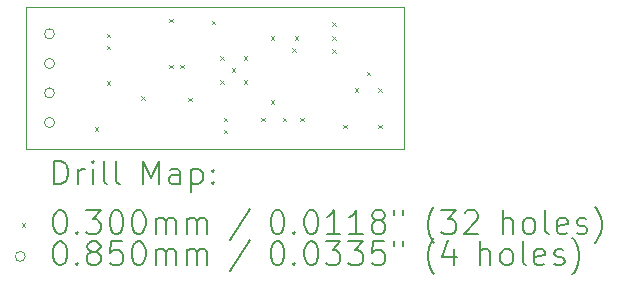
<source format=gbr>
%TF.GenerationSoftware,KiCad,Pcbnew,(7.0.0)*%
%TF.CreationDate,2024-05-20T10:49:20+02:00*%
%TF.ProjectId,TTS,5454532e-6b69-4636-9164-5f7063625858,rev?*%
%TF.SameCoordinates,PX2255100PY2ebae40*%
%TF.FileFunction,Drillmap*%
%TF.FilePolarity,Positive*%
%FSLAX45Y45*%
G04 Gerber Fmt 4.5, Leading zero omitted, Abs format (unit mm)*
G04 Created by KiCad (PCBNEW (7.0.0)) date 2024-05-20 10:49:20*
%MOMM*%
%LPD*%
G01*
G04 APERTURE LIST*
%ADD10C,0.100000*%
%ADD11C,0.200000*%
%ADD12C,0.030000*%
%ADD13C,0.085000*%
G04 APERTURE END LIST*
D10*
X0Y1200000D02*
X3200000Y1200000D01*
X3200000Y1200000D02*
X3200000Y0D01*
X3200000Y0D02*
X0Y0D01*
X0Y0D02*
X0Y1200000D01*
D11*
D12*
X585000Y185000D02*
X615000Y155000D01*
X615000Y185000D02*
X585000Y155000D01*
X685000Y975000D02*
X715000Y945000D01*
X715000Y975000D02*
X685000Y945000D01*
X685000Y875000D02*
X715000Y845000D01*
X715000Y875000D02*
X685000Y845000D01*
X685000Y575000D02*
X715000Y545000D01*
X715000Y575000D02*
X685000Y545000D01*
X975000Y445000D02*
X1005000Y415000D01*
X1005000Y445000D02*
X975000Y415000D01*
X1215000Y1105000D02*
X1245000Y1075000D01*
X1245000Y1105000D02*
X1215000Y1075000D01*
X1215000Y715000D02*
X1245000Y685000D01*
X1245000Y715000D02*
X1215000Y685000D01*
X1305000Y715000D02*
X1335000Y685000D01*
X1335000Y715000D02*
X1305000Y685000D01*
X1375000Y435000D02*
X1405000Y405000D01*
X1405000Y435000D02*
X1375000Y405000D01*
X1575000Y1085000D02*
X1605000Y1055000D01*
X1605000Y1085000D02*
X1575000Y1055000D01*
X1645000Y785000D02*
X1675000Y755000D01*
X1675000Y785000D02*
X1645000Y755000D01*
X1645000Y585000D02*
X1675000Y555000D01*
X1675000Y585000D02*
X1645000Y555000D01*
X1675000Y265000D02*
X1705000Y235000D01*
X1705000Y265000D02*
X1675000Y235000D01*
X1675000Y165000D02*
X1705000Y135000D01*
X1705000Y165000D02*
X1675000Y135000D01*
X1745000Y685000D02*
X1775000Y655000D01*
X1775000Y685000D02*
X1745000Y655000D01*
X1845000Y785000D02*
X1875000Y755000D01*
X1875000Y785000D02*
X1845000Y755000D01*
X1845000Y585000D02*
X1875000Y555000D01*
X1875000Y585000D02*
X1845000Y555000D01*
X1995000Y265000D02*
X2025000Y235000D01*
X2025000Y265000D02*
X1995000Y235000D01*
X2075000Y955000D02*
X2105000Y925000D01*
X2105000Y955000D02*
X2075000Y925000D01*
X2075000Y415000D02*
X2105000Y385000D01*
X2105000Y415000D02*
X2075000Y385000D01*
X2175000Y265000D02*
X2205000Y235000D01*
X2205000Y265000D02*
X2175000Y235000D01*
X2255000Y855000D02*
X2285000Y825000D01*
X2285000Y855000D02*
X2255000Y825000D01*
X2275000Y955000D02*
X2305000Y925000D01*
X2305000Y955000D02*
X2275000Y925000D01*
X2325000Y265000D02*
X2355000Y235000D01*
X2355000Y265000D02*
X2325000Y235000D01*
X2595000Y1075000D02*
X2625000Y1045000D01*
X2625000Y1075000D02*
X2595000Y1045000D01*
X2595000Y955000D02*
X2625000Y925000D01*
X2625000Y955000D02*
X2595000Y925000D01*
X2595000Y845000D02*
X2625000Y815000D01*
X2625000Y845000D02*
X2595000Y815000D01*
X2685000Y205000D02*
X2715000Y175000D01*
X2715000Y205000D02*
X2685000Y175000D01*
X2785000Y515000D02*
X2815000Y485000D01*
X2815000Y515000D02*
X2785000Y485000D01*
X2885000Y655000D02*
X2915000Y625000D01*
X2915000Y655000D02*
X2885000Y625000D01*
X2985000Y515000D02*
X3015000Y485000D01*
X3015000Y515000D02*
X2985000Y485000D01*
X2985000Y205000D02*
X3015000Y175000D01*
X3015000Y205000D02*
X2985000Y175000D01*
D13*
X242500Y975000D02*
G75*
G03*
X242500Y975000I-42500J0D01*
G01*
X242500Y725000D02*
G75*
G03*
X242500Y725000I-42500J0D01*
G01*
X242500Y475000D02*
G75*
G03*
X242500Y475000I-42500J0D01*
G01*
X242500Y225000D02*
G75*
G03*
X242500Y225000I-42500J0D01*
G01*
D11*
X242619Y-298476D02*
X242619Y-98476D01*
X242619Y-98476D02*
X290238Y-98476D01*
X290238Y-98476D02*
X318810Y-108000D01*
X318810Y-108000D02*
X337857Y-127048D01*
X337857Y-127048D02*
X347381Y-146095D01*
X347381Y-146095D02*
X356905Y-184190D01*
X356905Y-184190D02*
X356905Y-212762D01*
X356905Y-212762D02*
X347381Y-250857D01*
X347381Y-250857D02*
X337857Y-269905D01*
X337857Y-269905D02*
X318810Y-288952D01*
X318810Y-288952D02*
X290238Y-298476D01*
X290238Y-298476D02*
X242619Y-298476D01*
X442619Y-298476D02*
X442619Y-165143D01*
X442619Y-203238D02*
X452143Y-184190D01*
X452143Y-184190D02*
X461667Y-174667D01*
X461667Y-174667D02*
X480714Y-165143D01*
X480714Y-165143D02*
X499762Y-165143D01*
X566429Y-298476D02*
X566429Y-165143D01*
X566429Y-98476D02*
X556905Y-108000D01*
X556905Y-108000D02*
X566429Y-117524D01*
X566429Y-117524D02*
X575952Y-108000D01*
X575952Y-108000D02*
X566429Y-98476D01*
X566429Y-98476D02*
X566429Y-117524D01*
X690238Y-298476D02*
X671190Y-288952D01*
X671190Y-288952D02*
X661667Y-269905D01*
X661667Y-269905D02*
X661667Y-98476D01*
X795000Y-298476D02*
X775952Y-288952D01*
X775952Y-288952D02*
X766428Y-269905D01*
X766428Y-269905D02*
X766428Y-98476D01*
X991190Y-298476D02*
X991190Y-98476D01*
X991190Y-98476D02*
X1057857Y-241333D01*
X1057857Y-241333D02*
X1124524Y-98476D01*
X1124524Y-98476D02*
X1124524Y-298476D01*
X1305476Y-298476D02*
X1305476Y-193714D01*
X1305476Y-193714D02*
X1295952Y-174667D01*
X1295952Y-174667D02*
X1276905Y-165143D01*
X1276905Y-165143D02*
X1238809Y-165143D01*
X1238809Y-165143D02*
X1219762Y-174667D01*
X1305476Y-288952D02*
X1286429Y-298476D01*
X1286429Y-298476D02*
X1238809Y-298476D01*
X1238809Y-298476D02*
X1219762Y-288952D01*
X1219762Y-288952D02*
X1210238Y-269905D01*
X1210238Y-269905D02*
X1210238Y-250857D01*
X1210238Y-250857D02*
X1219762Y-231809D01*
X1219762Y-231809D02*
X1238809Y-222286D01*
X1238809Y-222286D02*
X1286429Y-222286D01*
X1286429Y-222286D02*
X1305476Y-212762D01*
X1400714Y-165143D02*
X1400714Y-365143D01*
X1400714Y-174667D02*
X1419762Y-165143D01*
X1419762Y-165143D02*
X1457857Y-165143D01*
X1457857Y-165143D02*
X1476905Y-174667D01*
X1476905Y-174667D02*
X1486428Y-184190D01*
X1486428Y-184190D02*
X1495952Y-203238D01*
X1495952Y-203238D02*
X1495952Y-260381D01*
X1495952Y-260381D02*
X1486428Y-279429D01*
X1486428Y-279429D02*
X1476905Y-288952D01*
X1476905Y-288952D02*
X1457857Y-298476D01*
X1457857Y-298476D02*
X1419762Y-298476D01*
X1419762Y-298476D02*
X1400714Y-288952D01*
X1581667Y-279429D02*
X1591190Y-288952D01*
X1591190Y-288952D02*
X1581667Y-298476D01*
X1581667Y-298476D02*
X1572143Y-288952D01*
X1572143Y-288952D02*
X1581667Y-279429D01*
X1581667Y-279429D02*
X1581667Y-298476D01*
X1581667Y-174667D02*
X1591190Y-184190D01*
X1591190Y-184190D02*
X1581667Y-193714D01*
X1581667Y-193714D02*
X1572143Y-184190D01*
X1572143Y-184190D02*
X1581667Y-174667D01*
X1581667Y-174667D02*
X1581667Y-193714D01*
D12*
X-35000Y-630000D02*
X-5000Y-660000D01*
X-5000Y-630000D02*
X-35000Y-660000D01*
D11*
X280714Y-518476D02*
X299762Y-518476D01*
X299762Y-518476D02*
X318810Y-528000D01*
X318810Y-528000D02*
X328333Y-537524D01*
X328333Y-537524D02*
X337857Y-556571D01*
X337857Y-556571D02*
X347381Y-594667D01*
X347381Y-594667D02*
X347381Y-642286D01*
X347381Y-642286D02*
X337857Y-680381D01*
X337857Y-680381D02*
X328333Y-699428D01*
X328333Y-699428D02*
X318810Y-708952D01*
X318810Y-708952D02*
X299762Y-718476D01*
X299762Y-718476D02*
X280714Y-718476D01*
X280714Y-718476D02*
X261667Y-708952D01*
X261667Y-708952D02*
X252143Y-699428D01*
X252143Y-699428D02*
X242619Y-680381D01*
X242619Y-680381D02*
X233095Y-642286D01*
X233095Y-642286D02*
X233095Y-594667D01*
X233095Y-594667D02*
X242619Y-556571D01*
X242619Y-556571D02*
X252143Y-537524D01*
X252143Y-537524D02*
X261667Y-528000D01*
X261667Y-528000D02*
X280714Y-518476D01*
X433095Y-699428D02*
X442619Y-708952D01*
X442619Y-708952D02*
X433095Y-718476D01*
X433095Y-718476D02*
X423571Y-708952D01*
X423571Y-708952D02*
X433095Y-699428D01*
X433095Y-699428D02*
X433095Y-718476D01*
X509286Y-518476D02*
X633095Y-518476D01*
X633095Y-518476D02*
X566429Y-594667D01*
X566429Y-594667D02*
X595000Y-594667D01*
X595000Y-594667D02*
X614048Y-604190D01*
X614048Y-604190D02*
X623571Y-613714D01*
X623571Y-613714D02*
X633095Y-632762D01*
X633095Y-632762D02*
X633095Y-680381D01*
X633095Y-680381D02*
X623571Y-699428D01*
X623571Y-699428D02*
X614048Y-708952D01*
X614048Y-708952D02*
X595000Y-718476D01*
X595000Y-718476D02*
X537857Y-718476D01*
X537857Y-718476D02*
X518809Y-708952D01*
X518809Y-708952D02*
X509286Y-699428D01*
X756905Y-518476D02*
X775952Y-518476D01*
X775952Y-518476D02*
X795000Y-528000D01*
X795000Y-528000D02*
X804524Y-537524D01*
X804524Y-537524D02*
X814048Y-556571D01*
X814048Y-556571D02*
X823571Y-594667D01*
X823571Y-594667D02*
X823571Y-642286D01*
X823571Y-642286D02*
X814048Y-680381D01*
X814048Y-680381D02*
X804524Y-699428D01*
X804524Y-699428D02*
X795000Y-708952D01*
X795000Y-708952D02*
X775952Y-718476D01*
X775952Y-718476D02*
X756905Y-718476D01*
X756905Y-718476D02*
X737857Y-708952D01*
X737857Y-708952D02*
X728333Y-699428D01*
X728333Y-699428D02*
X718809Y-680381D01*
X718809Y-680381D02*
X709286Y-642286D01*
X709286Y-642286D02*
X709286Y-594667D01*
X709286Y-594667D02*
X718809Y-556571D01*
X718809Y-556571D02*
X728333Y-537524D01*
X728333Y-537524D02*
X737857Y-528000D01*
X737857Y-528000D02*
X756905Y-518476D01*
X947381Y-518476D02*
X966429Y-518476D01*
X966429Y-518476D02*
X985476Y-528000D01*
X985476Y-528000D02*
X995000Y-537524D01*
X995000Y-537524D02*
X1004524Y-556571D01*
X1004524Y-556571D02*
X1014048Y-594667D01*
X1014048Y-594667D02*
X1014048Y-642286D01*
X1014048Y-642286D02*
X1004524Y-680381D01*
X1004524Y-680381D02*
X995000Y-699428D01*
X995000Y-699428D02*
X985476Y-708952D01*
X985476Y-708952D02*
X966429Y-718476D01*
X966429Y-718476D02*
X947381Y-718476D01*
X947381Y-718476D02*
X928333Y-708952D01*
X928333Y-708952D02*
X918809Y-699428D01*
X918809Y-699428D02*
X909286Y-680381D01*
X909286Y-680381D02*
X899762Y-642286D01*
X899762Y-642286D02*
X899762Y-594667D01*
X899762Y-594667D02*
X909286Y-556571D01*
X909286Y-556571D02*
X918809Y-537524D01*
X918809Y-537524D02*
X928333Y-528000D01*
X928333Y-528000D02*
X947381Y-518476D01*
X1099762Y-718476D02*
X1099762Y-585143D01*
X1099762Y-604190D02*
X1109286Y-594667D01*
X1109286Y-594667D02*
X1128333Y-585143D01*
X1128333Y-585143D02*
X1156905Y-585143D01*
X1156905Y-585143D02*
X1175952Y-594667D01*
X1175952Y-594667D02*
X1185476Y-613714D01*
X1185476Y-613714D02*
X1185476Y-718476D01*
X1185476Y-613714D02*
X1195000Y-594667D01*
X1195000Y-594667D02*
X1214048Y-585143D01*
X1214048Y-585143D02*
X1242619Y-585143D01*
X1242619Y-585143D02*
X1261667Y-594667D01*
X1261667Y-594667D02*
X1271191Y-613714D01*
X1271191Y-613714D02*
X1271191Y-718476D01*
X1366429Y-718476D02*
X1366429Y-585143D01*
X1366429Y-604190D02*
X1375952Y-594667D01*
X1375952Y-594667D02*
X1395000Y-585143D01*
X1395000Y-585143D02*
X1423571Y-585143D01*
X1423571Y-585143D02*
X1442619Y-594667D01*
X1442619Y-594667D02*
X1452143Y-613714D01*
X1452143Y-613714D02*
X1452143Y-718476D01*
X1452143Y-613714D02*
X1461667Y-594667D01*
X1461667Y-594667D02*
X1480714Y-585143D01*
X1480714Y-585143D02*
X1509286Y-585143D01*
X1509286Y-585143D02*
X1528333Y-594667D01*
X1528333Y-594667D02*
X1537857Y-613714D01*
X1537857Y-613714D02*
X1537857Y-718476D01*
X1895952Y-508952D02*
X1724524Y-766095D01*
X2120714Y-518476D02*
X2139762Y-518476D01*
X2139762Y-518476D02*
X2158810Y-528000D01*
X2158810Y-528000D02*
X2168333Y-537524D01*
X2168333Y-537524D02*
X2177857Y-556571D01*
X2177857Y-556571D02*
X2187381Y-594667D01*
X2187381Y-594667D02*
X2187381Y-642286D01*
X2187381Y-642286D02*
X2177857Y-680381D01*
X2177857Y-680381D02*
X2168333Y-699428D01*
X2168333Y-699428D02*
X2158810Y-708952D01*
X2158810Y-708952D02*
X2139762Y-718476D01*
X2139762Y-718476D02*
X2120714Y-718476D01*
X2120714Y-718476D02*
X2101667Y-708952D01*
X2101667Y-708952D02*
X2092143Y-699428D01*
X2092143Y-699428D02*
X2082619Y-680381D01*
X2082619Y-680381D02*
X2073095Y-642286D01*
X2073095Y-642286D02*
X2073095Y-594667D01*
X2073095Y-594667D02*
X2082619Y-556571D01*
X2082619Y-556571D02*
X2092143Y-537524D01*
X2092143Y-537524D02*
X2101667Y-528000D01*
X2101667Y-528000D02*
X2120714Y-518476D01*
X2273095Y-699428D02*
X2282619Y-708952D01*
X2282619Y-708952D02*
X2273095Y-718476D01*
X2273095Y-718476D02*
X2263572Y-708952D01*
X2263572Y-708952D02*
X2273095Y-699428D01*
X2273095Y-699428D02*
X2273095Y-718476D01*
X2406429Y-518476D02*
X2425476Y-518476D01*
X2425476Y-518476D02*
X2444524Y-528000D01*
X2444524Y-528000D02*
X2454048Y-537524D01*
X2454048Y-537524D02*
X2463572Y-556571D01*
X2463572Y-556571D02*
X2473095Y-594667D01*
X2473095Y-594667D02*
X2473095Y-642286D01*
X2473095Y-642286D02*
X2463572Y-680381D01*
X2463572Y-680381D02*
X2454048Y-699428D01*
X2454048Y-699428D02*
X2444524Y-708952D01*
X2444524Y-708952D02*
X2425476Y-718476D01*
X2425476Y-718476D02*
X2406429Y-718476D01*
X2406429Y-718476D02*
X2387381Y-708952D01*
X2387381Y-708952D02*
X2377857Y-699428D01*
X2377857Y-699428D02*
X2368333Y-680381D01*
X2368333Y-680381D02*
X2358810Y-642286D01*
X2358810Y-642286D02*
X2358810Y-594667D01*
X2358810Y-594667D02*
X2368333Y-556571D01*
X2368333Y-556571D02*
X2377857Y-537524D01*
X2377857Y-537524D02*
X2387381Y-528000D01*
X2387381Y-528000D02*
X2406429Y-518476D01*
X2663572Y-718476D02*
X2549286Y-718476D01*
X2606429Y-718476D02*
X2606429Y-518476D01*
X2606429Y-518476D02*
X2587381Y-547048D01*
X2587381Y-547048D02*
X2568333Y-566095D01*
X2568333Y-566095D02*
X2549286Y-575619D01*
X2854048Y-718476D02*
X2739762Y-718476D01*
X2796905Y-718476D02*
X2796905Y-518476D01*
X2796905Y-518476D02*
X2777857Y-547048D01*
X2777857Y-547048D02*
X2758810Y-566095D01*
X2758810Y-566095D02*
X2739762Y-575619D01*
X2968333Y-604190D02*
X2949286Y-594667D01*
X2949286Y-594667D02*
X2939762Y-585143D01*
X2939762Y-585143D02*
X2930238Y-566095D01*
X2930238Y-566095D02*
X2930238Y-556571D01*
X2930238Y-556571D02*
X2939762Y-537524D01*
X2939762Y-537524D02*
X2949286Y-528000D01*
X2949286Y-528000D02*
X2968333Y-518476D01*
X2968333Y-518476D02*
X3006429Y-518476D01*
X3006429Y-518476D02*
X3025476Y-528000D01*
X3025476Y-528000D02*
X3035000Y-537524D01*
X3035000Y-537524D02*
X3044524Y-556571D01*
X3044524Y-556571D02*
X3044524Y-566095D01*
X3044524Y-566095D02*
X3035000Y-585143D01*
X3035000Y-585143D02*
X3025476Y-594667D01*
X3025476Y-594667D02*
X3006429Y-604190D01*
X3006429Y-604190D02*
X2968333Y-604190D01*
X2968333Y-604190D02*
X2949286Y-613714D01*
X2949286Y-613714D02*
X2939762Y-623238D01*
X2939762Y-623238D02*
X2930238Y-642286D01*
X2930238Y-642286D02*
X2930238Y-680381D01*
X2930238Y-680381D02*
X2939762Y-699428D01*
X2939762Y-699428D02*
X2949286Y-708952D01*
X2949286Y-708952D02*
X2968333Y-718476D01*
X2968333Y-718476D02*
X3006429Y-718476D01*
X3006429Y-718476D02*
X3025476Y-708952D01*
X3025476Y-708952D02*
X3035000Y-699428D01*
X3035000Y-699428D02*
X3044524Y-680381D01*
X3044524Y-680381D02*
X3044524Y-642286D01*
X3044524Y-642286D02*
X3035000Y-623238D01*
X3035000Y-623238D02*
X3025476Y-613714D01*
X3025476Y-613714D02*
X3006429Y-604190D01*
X3120714Y-518476D02*
X3120714Y-556571D01*
X3196905Y-518476D02*
X3196905Y-556571D01*
X3459762Y-794667D02*
X3450238Y-785143D01*
X3450238Y-785143D02*
X3431191Y-756571D01*
X3431191Y-756571D02*
X3421667Y-737524D01*
X3421667Y-737524D02*
X3412143Y-708952D01*
X3412143Y-708952D02*
X3402619Y-661333D01*
X3402619Y-661333D02*
X3402619Y-623238D01*
X3402619Y-623238D02*
X3412143Y-575619D01*
X3412143Y-575619D02*
X3421667Y-547048D01*
X3421667Y-547048D02*
X3431191Y-528000D01*
X3431191Y-528000D02*
X3450238Y-499428D01*
X3450238Y-499428D02*
X3459762Y-489905D01*
X3516905Y-518476D02*
X3640714Y-518476D01*
X3640714Y-518476D02*
X3574048Y-594667D01*
X3574048Y-594667D02*
X3602619Y-594667D01*
X3602619Y-594667D02*
X3621667Y-604190D01*
X3621667Y-604190D02*
X3631191Y-613714D01*
X3631191Y-613714D02*
X3640714Y-632762D01*
X3640714Y-632762D02*
X3640714Y-680381D01*
X3640714Y-680381D02*
X3631191Y-699428D01*
X3631191Y-699428D02*
X3621667Y-708952D01*
X3621667Y-708952D02*
X3602619Y-718476D01*
X3602619Y-718476D02*
X3545476Y-718476D01*
X3545476Y-718476D02*
X3526429Y-708952D01*
X3526429Y-708952D02*
X3516905Y-699428D01*
X3716905Y-537524D02*
X3726429Y-528000D01*
X3726429Y-528000D02*
X3745476Y-518476D01*
X3745476Y-518476D02*
X3793095Y-518476D01*
X3793095Y-518476D02*
X3812143Y-528000D01*
X3812143Y-528000D02*
X3821667Y-537524D01*
X3821667Y-537524D02*
X3831191Y-556571D01*
X3831191Y-556571D02*
X3831191Y-575619D01*
X3831191Y-575619D02*
X3821667Y-604190D01*
X3821667Y-604190D02*
X3707381Y-718476D01*
X3707381Y-718476D02*
X3831191Y-718476D01*
X4036905Y-718476D02*
X4036905Y-518476D01*
X4122619Y-718476D02*
X4122619Y-613714D01*
X4122619Y-613714D02*
X4113095Y-594667D01*
X4113095Y-594667D02*
X4094048Y-585143D01*
X4094048Y-585143D02*
X4065476Y-585143D01*
X4065476Y-585143D02*
X4046429Y-594667D01*
X4046429Y-594667D02*
X4036905Y-604190D01*
X4246429Y-718476D02*
X4227381Y-708952D01*
X4227381Y-708952D02*
X4217857Y-699428D01*
X4217857Y-699428D02*
X4208334Y-680381D01*
X4208334Y-680381D02*
X4208334Y-623238D01*
X4208334Y-623238D02*
X4217857Y-604190D01*
X4217857Y-604190D02*
X4227381Y-594667D01*
X4227381Y-594667D02*
X4246429Y-585143D01*
X4246429Y-585143D02*
X4275000Y-585143D01*
X4275000Y-585143D02*
X4294048Y-594667D01*
X4294048Y-594667D02*
X4303572Y-604190D01*
X4303572Y-604190D02*
X4313095Y-623238D01*
X4313095Y-623238D02*
X4313095Y-680381D01*
X4313095Y-680381D02*
X4303572Y-699428D01*
X4303572Y-699428D02*
X4294048Y-708952D01*
X4294048Y-708952D02*
X4275000Y-718476D01*
X4275000Y-718476D02*
X4246429Y-718476D01*
X4427381Y-718476D02*
X4408334Y-708952D01*
X4408334Y-708952D02*
X4398810Y-689905D01*
X4398810Y-689905D02*
X4398810Y-518476D01*
X4579762Y-708952D02*
X4560715Y-718476D01*
X4560715Y-718476D02*
X4522619Y-718476D01*
X4522619Y-718476D02*
X4503572Y-708952D01*
X4503572Y-708952D02*
X4494048Y-689905D01*
X4494048Y-689905D02*
X4494048Y-613714D01*
X4494048Y-613714D02*
X4503572Y-594667D01*
X4503572Y-594667D02*
X4522619Y-585143D01*
X4522619Y-585143D02*
X4560715Y-585143D01*
X4560715Y-585143D02*
X4579762Y-594667D01*
X4579762Y-594667D02*
X4589286Y-613714D01*
X4589286Y-613714D02*
X4589286Y-632762D01*
X4589286Y-632762D02*
X4494048Y-651810D01*
X4665476Y-708952D02*
X4684524Y-718476D01*
X4684524Y-718476D02*
X4722619Y-718476D01*
X4722619Y-718476D02*
X4741667Y-708952D01*
X4741667Y-708952D02*
X4751191Y-689905D01*
X4751191Y-689905D02*
X4751191Y-680381D01*
X4751191Y-680381D02*
X4741667Y-661333D01*
X4741667Y-661333D02*
X4722619Y-651810D01*
X4722619Y-651810D02*
X4694048Y-651810D01*
X4694048Y-651810D02*
X4675000Y-642286D01*
X4675000Y-642286D02*
X4665476Y-623238D01*
X4665476Y-623238D02*
X4665476Y-613714D01*
X4665476Y-613714D02*
X4675000Y-594667D01*
X4675000Y-594667D02*
X4694048Y-585143D01*
X4694048Y-585143D02*
X4722619Y-585143D01*
X4722619Y-585143D02*
X4741667Y-594667D01*
X4817857Y-794667D02*
X4827381Y-785143D01*
X4827381Y-785143D02*
X4846429Y-756571D01*
X4846429Y-756571D02*
X4855953Y-737524D01*
X4855953Y-737524D02*
X4865476Y-708952D01*
X4865476Y-708952D02*
X4875000Y-661333D01*
X4875000Y-661333D02*
X4875000Y-623238D01*
X4875000Y-623238D02*
X4865476Y-575619D01*
X4865476Y-575619D02*
X4855953Y-547048D01*
X4855953Y-547048D02*
X4846429Y-528000D01*
X4846429Y-528000D02*
X4827381Y-499428D01*
X4827381Y-499428D02*
X4817857Y-489905D01*
D13*
X-5000Y-909000D02*
G75*
G03*
X-5000Y-909000I-42500J0D01*
G01*
D11*
X280714Y-782476D02*
X299762Y-782476D01*
X299762Y-782476D02*
X318810Y-792000D01*
X318810Y-792000D02*
X328333Y-801524D01*
X328333Y-801524D02*
X337857Y-820571D01*
X337857Y-820571D02*
X347381Y-858667D01*
X347381Y-858667D02*
X347381Y-906286D01*
X347381Y-906286D02*
X337857Y-944381D01*
X337857Y-944381D02*
X328333Y-963428D01*
X328333Y-963428D02*
X318810Y-972952D01*
X318810Y-972952D02*
X299762Y-982476D01*
X299762Y-982476D02*
X280714Y-982476D01*
X280714Y-982476D02*
X261667Y-972952D01*
X261667Y-972952D02*
X252143Y-963428D01*
X252143Y-963428D02*
X242619Y-944381D01*
X242619Y-944381D02*
X233095Y-906286D01*
X233095Y-906286D02*
X233095Y-858667D01*
X233095Y-858667D02*
X242619Y-820571D01*
X242619Y-820571D02*
X252143Y-801524D01*
X252143Y-801524D02*
X261667Y-792000D01*
X261667Y-792000D02*
X280714Y-782476D01*
X433095Y-963428D02*
X442619Y-972952D01*
X442619Y-972952D02*
X433095Y-982476D01*
X433095Y-982476D02*
X423571Y-972952D01*
X423571Y-972952D02*
X433095Y-963428D01*
X433095Y-963428D02*
X433095Y-982476D01*
X556905Y-868190D02*
X537857Y-858667D01*
X537857Y-858667D02*
X528333Y-849143D01*
X528333Y-849143D02*
X518809Y-830095D01*
X518809Y-830095D02*
X518809Y-820571D01*
X518809Y-820571D02*
X528333Y-801524D01*
X528333Y-801524D02*
X537857Y-792000D01*
X537857Y-792000D02*
X556905Y-782476D01*
X556905Y-782476D02*
X595000Y-782476D01*
X595000Y-782476D02*
X614048Y-792000D01*
X614048Y-792000D02*
X623571Y-801524D01*
X623571Y-801524D02*
X633095Y-820571D01*
X633095Y-820571D02*
X633095Y-830095D01*
X633095Y-830095D02*
X623571Y-849143D01*
X623571Y-849143D02*
X614048Y-858667D01*
X614048Y-858667D02*
X595000Y-868190D01*
X595000Y-868190D02*
X556905Y-868190D01*
X556905Y-868190D02*
X537857Y-877714D01*
X537857Y-877714D02*
X528333Y-887238D01*
X528333Y-887238D02*
X518809Y-906286D01*
X518809Y-906286D02*
X518809Y-944381D01*
X518809Y-944381D02*
X528333Y-963428D01*
X528333Y-963428D02*
X537857Y-972952D01*
X537857Y-972952D02*
X556905Y-982476D01*
X556905Y-982476D02*
X595000Y-982476D01*
X595000Y-982476D02*
X614048Y-972952D01*
X614048Y-972952D02*
X623571Y-963428D01*
X623571Y-963428D02*
X633095Y-944381D01*
X633095Y-944381D02*
X633095Y-906286D01*
X633095Y-906286D02*
X623571Y-887238D01*
X623571Y-887238D02*
X614048Y-877714D01*
X614048Y-877714D02*
X595000Y-868190D01*
X814048Y-782476D02*
X718809Y-782476D01*
X718809Y-782476D02*
X709286Y-877714D01*
X709286Y-877714D02*
X718809Y-868190D01*
X718809Y-868190D02*
X737857Y-858667D01*
X737857Y-858667D02*
X785476Y-858667D01*
X785476Y-858667D02*
X804524Y-868190D01*
X804524Y-868190D02*
X814048Y-877714D01*
X814048Y-877714D02*
X823571Y-896762D01*
X823571Y-896762D02*
X823571Y-944381D01*
X823571Y-944381D02*
X814048Y-963428D01*
X814048Y-963428D02*
X804524Y-972952D01*
X804524Y-972952D02*
X785476Y-982476D01*
X785476Y-982476D02*
X737857Y-982476D01*
X737857Y-982476D02*
X718809Y-972952D01*
X718809Y-972952D02*
X709286Y-963428D01*
X947381Y-782476D02*
X966429Y-782476D01*
X966429Y-782476D02*
X985476Y-792000D01*
X985476Y-792000D02*
X995000Y-801524D01*
X995000Y-801524D02*
X1004524Y-820571D01*
X1004524Y-820571D02*
X1014048Y-858667D01*
X1014048Y-858667D02*
X1014048Y-906286D01*
X1014048Y-906286D02*
X1004524Y-944381D01*
X1004524Y-944381D02*
X995000Y-963428D01*
X995000Y-963428D02*
X985476Y-972952D01*
X985476Y-972952D02*
X966429Y-982476D01*
X966429Y-982476D02*
X947381Y-982476D01*
X947381Y-982476D02*
X928333Y-972952D01*
X928333Y-972952D02*
X918809Y-963428D01*
X918809Y-963428D02*
X909286Y-944381D01*
X909286Y-944381D02*
X899762Y-906286D01*
X899762Y-906286D02*
X899762Y-858667D01*
X899762Y-858667D02*
X909286Y-820571D01*
X909286Y-820571D02*
X918809Y-801524D01*
X918809Y-801524D02*
X928333Y-792000D01*
X928333Y-792000D02*
X947381Y-782476D01*
X1099762Y-982476D02*
X1099762Y-849143D01*
X1099762Y-868190D02*
X1109286Y-858667D01*
X1109286Y-858667D02*
X1128333Y-849143D01*
X1128333Y-849143D02*
X1156905Y-849143D01*
X1156905Y-849143D02*
X1175952Y-858667D01*
X1175952Y-858667D02*
X1185476Y-877714D01*
X1185476Y-877714D02*
X1185476Y-982476D01*
X1185476Y-877714D02*
X1195000Y-858667D01*
X1195000Y-858667D02*
X1214048Y-849143D01*
X1214048Y-849143D02*
X1242619Y-849143D01*
X1242619Y-849143D02*
X1261667Y-858667D01*
X1261667Y-858667D02*
X1271191Y-877714D01*
X1271191Y-877714D02*
X1271191Y-982476D01*
X1366429Y-982476D02*
X1366429Y-849143D01*
X1366429Y-868190D02*
X1375952Y-858667D01*
X1375952Y-858667D02*
X1395000Y-849143D01*
X1395000Y-849143D02*
X1423571Y-849143D01*
X1423571Y-849143D02*
X1442619Y-858667D01*
X1442619Y-858667D02*
X1452143Y-877714D01*
X1452143Y-877714D02*
X1452143Y-982476D01*
X1452143Y-877714D02*
X1461667Y-858667D01*
X1461667Y-858667D02*
X1480714Y-849143D01*
X1480714Y-849143D02*
X1509286Y-849143D01*
X1509286Y-849143D02*
X1528333Y-858667D01*
X1528333Y-858667D02*
X1537857Y-877714D01*
X1537857Y-877714D02*
X1537857Y-982476D01*
X1895952Y-772952D02*
X1724524Y-1030095D01*
X2120714Y-782476D02*
X2139762Y-782476D01*
X2139762Y-782476D02*
X2158810Y-792000D01*
X2158810Y-792000D02*
X2168333Y-801524D01*
X2168333Y-801524D02*
X2177857Y-820571D01*
X2177857Y-820571D02*
X2187381Y-858667D01*
X2187381Y-858667D02*
X2187381Y-906286D01*
X2187381Y-906286D02*
X2177857Y-944381D01*
X2177857Y-944381D02*
X2168333Y-963428D01*
X2168333Y-963428D02*
X2158810Y-972952D01*
X2158810Y-972952D02*
X2139762Y-982476D01*
X2139762Y-982476D02*
X2120714Y-982476D01*
X2120714Y-982476D02*
X2101667Y-972952D01*
X2101667Y-972952D02*
X2092143Y-963428D01*
X2092143Y-963428D02*
X2082619Y-944381D01*
X2082619Y-944381D02*
X2073095Y-906286D01*
X2073095Y-906286D02*
X2073095Y-858667D01*
X2073095Y-858667D02*
X2082619Y-820571D01*
X2082619Y-820571D02*
X2092143Y-801524D01*
X2092143Y-801524D02*
X2101667Y-792000D01*
X2101667Y-792000D02*
X2120714Y-782476D01*
X2273095Y-963428D02*
X2282619Y-972952D01*
X2282619Y-972952D02*
X2273095Y-982476D01*
X2273095Y-982476D02*
X2263572Y-972952D01*
X2263572Y-972952D02*
X2273095Y-963428D01*
X2273095Y-963428D02*
X2273095Y-982476D01*
X2406429Y-782476D02*
X2425476Y-782476D01*
X2425476Y-782476D02*
X2444524Y-792000D01*
X2444524Y-792000D02*
X2454048Y-801524D01*
X2454048Y-801524D02*
X2463572Y-820571D01*
X2463572Y-820571D02*
X2473095Y-858667D01*
X2473095Y-858667D02*
X2473095Y-906286D01*
X2473095Y-906286D02*
X2463572Y-944381D01*
X2463572Y-944381D02*
X2454048Y-963428D01*
X2454048Y-963428D02*
X2444524Y-972952D01*
X2444524Y-972952D02*
X2425476Y-982476D01*
X2425476Y-982476D02*
X2406429Y-982476D01*
X2406429Y-982476D02*
X2387381Y-972952D01*
X2387381Y-972952D02*
X2377857Y-963428D01*
X2377857Y-963428D02*
X2368333Y-944381D01*
X2368333Y-944381D02*
X2358810Y-906286D01*
X2358810Y-906286D02*
X2358810Y-858667D01*
X2358810Y-858667D02*
X2368333Y-820571D01*
X2368333Y-820571D02*
X2377857Y-801524D01*
X2377857Y-801524D02*
X2387381Y-792000D01*
X2387381Y-792000D02*
X2406429Y-782476D01*
X2539762Y-782476D02*
X2663572Y-782476D01*
X2663572Y-782476D02*
X2596905Y-858667D01*
X2596905Y-858667D02*
X2625476Y-858667D01*
X2625476Y-858667D02*
X2644524Y-868190D01*
X2644524Y-868190D02*
X2654048Y-877714D01*
X2654048Y-877714D02*
X2663572Y-896762D01*
X2663572Y-896762D02*
X2663572Y-944381D01*
X2663572Y-944381D02*
X2654048Y-963428D01*
X2654048Y-963428D02*
X2644524Y-972952D01*
X2644524Y-972952D02*
X2625476Y-982476D01*
X2625476Y-982476D02*
X2568333Y-982476D01*
X2568333Y-982476D02*
X2549286Y-972952D01*
X2549286Y-972952D02*
X2539762Y-963428D01*
X2730238Y-782476D02*
X2854048Y-782476D01*
X2854048Y-782476D02*
X2787381Y-858667D01*
X2787381Y-858667D02*
X2815952Y-858667D01*
X2815952Y-858667D02*
X2835000Y-868190D01*
X2835000Y-868190D02*
X2844524Y-877714D01*
X2844524Y-877714D02*
X2854048Y-896762D01*
X2854048Y-896762D02*
X2854048Y-944381D01*
X2854048Y-944381D02*
X2844524Y-963428D01*
X2844524Y-963428D02*
X2835000Y-972952D01*
X2835000Y-972952D02*
X2815952Y-982476D01*
X2815952Y-982476D02*
X2758810Y-982476D01*
X2758810Y-982476D02*
X2739762Y-972952D01*
X2739762Y-972952D02*
X2730238Y-963428D01*
X3035000Y-782476D02*
X2939762Y-782476D01*
X2939762Y-782476D02*
X2930238Y-877714D01*
X2930238Y-877714D02*
X2939762Y-868190D01*
X2939762Y-868190D02*
X2958810Y-858667D01*
X2958810Y-858667D02*
X3006429Y-858667D01*
X3006429Y-858667D02*
X3025476Y-868190D01*
X3025476Y-868190D02*
X3035000Y-877714D01*
X3035000Y-877714D02*
X3044524Y-896762D01*
X3044524Y-896762D02*
X3044524Y-944381D01*
X3044524Y-944381D02*
X3035000Y-963428D01*
X3035000Y-963428D02*
X3025476Y-972952D01*
X3025476Y-972952D02*
X3006429Y-982476D01*
X3006429Y-982476D02*
X2958810Y-982476D01*
X2958810Y-982476D02*
X2939762Y-972952D01*
X2939762Y-972952D02*
X2930238Y-963428D01*
X3120714Y-782476D02*
X3120714Y-820571D01*
X3196905Y-782476D02*
X3196905Y-820571D01*
X3459762Y-1058667D02*
X3450238Y-1049143D01*
X3450238Y-1049143D02*
X3431191Y-1020571D01*
X3431191Y-1020571D02*
X3421667Y-1001524D01*
X3421667Y-1001524D02*
X3412143Y-972952D01*
X3412143Y-972952D02*
X3402619Y-925333D01*
X3402619Y-925333D02*
X3402619Y-887238D01*
X3402619Y-887238D02*
X3412143Y-839619D01*
X3412143Y-839619D02*
X3421667Y-811048D01*
X3421667Y-811048D02*
X3431191Y-792000D01*
X3431191Y-792000D02*
X3450238Y-763428D01*
X3450238Y-763428D02*
X3459762Y-753905D01*
X3621667Y-849143D02*
X3621667Y-982476D01*
X3574048Y-772952D02*
X3526429Y-915809D01*
X3526429Y-915809D02*
X3650238Y-915809D01*
X3846429Y-982476D02*
X3846429Y-782476D01*
X3932143Y-982476D02*
X3932143Y-877714D01*
X3932143Y-877714D02*
X3922619Y-858667D01*
X3922619Y-858667D02*
X3903572Y-849143D01*
X3903572Y-849143D02*
X3875000Y-849143D01*
X3875000Y-849143D02*
X3855952Y-858667D01*
X3855952Y-858667D02*
X3846429Y-868190D01*
X4055952Y-982476D02*
X4036905Y-972952D01*
X4036905Y-972952D02*
X4027381Y-963428D01*
X4027381Y-963428D02*
X4017857Y-944381D01*
X4017857Y-944381D02*
X4017857Y-887238D01*
X4017857Y-887238D02*
X4027381Y-868190D01*
X4027381Y-868190D02*
X4036905Y-858667D01*
X4036905Y-858667D02*
X4055952Y-849143D01*
X4055952Y-849143D02*
X4084524Y-849143D01*
X4084524Y-849143D02*
X4103572Y-858667D01*
X4103572Y-858667D02*
X4113095Y-868190D01*
X4113095Y-868190D02*
X4122619Y-887238D01*
X4122619Y-887238D02*
X4122619Y-944381D01*
X4122619Y-944381D02*
X4113095Y-963428D01*
X4113095Y-963428D02*
X4103572Y-972952D01*
X4103572Y-972952D02*
X4084524Y-982476D01*
X4084524Y-982476D02*
X4055952Y-982476D01*
X4236905Y-982476D02*
X4217857Y-972952D01*
X4217857Y-972952D02*
X4208334Y-953905D01*
X4208334Y-953905D02*
X4208334Y-782476D01*
X4389286Y-972952D02*
X4370238Y-982476D01*
X4370238Y-982476D02*
X4332143Y-982476D01*
X4332143Y-982476D02*
X4313095Y-972952D01*
X4313095Y-972952D02*
X4303572Y-953905D01*
X4303572Y-953905D02*
X4303572Y-877714D01*
X4303572Y-877714D02*
X4313095Y-858667D01*
X4313095Y-858667D02*
X4332143Y-849143D01*
X4332143Y-849143D02*
X4370238Y-849143D01*
X4370238Y-849143D02*
X4389286Y-858667D01*
X4389286Y-858667D02*
X4398810Y-877714D01*
X4398810Y-877714D02*
X4398810Y-896762D01*
X4398810Y-896762D02*
X4303572Y-915809D01*
X4475000Y-972952D02*
X4494048Y-982476D01*
X4494048Y-982476D02*
X4532143Y-982476D01*
X4532143Y-982476D02*
X4551191Y-972952D01*
X4551191Y-972952D02*
X4560715Y-953905D01*
X4560715Y-953905D02*
X4560715Y-944381D01*
X4560715Y-944381D02*
X4551191Y-925333D01*
X4551191Y-925333D02*
X4532143Y-915809D01*
X4532143Y-915809D02*
X4503572Y-915809D01*
X4503572Y-915809D02*
X4484524Y-906286D01*
X4484524Y-906286D02*
X4475000Y-887238D01*
X4475000Y-887238D02*
X4475000Y-877714D01*
X4475000Y-877714D02*
X4484524Y-858667D01*
X4484524Y-858667D02*
X4503572Y-849143D01*
X4503572Y-849143D02*
X4532143Y-849143D01*
X4532143Y-849143D02*
X4551191Y-858667D01*
X4627381Y-1058667D02*
X4636905Y-1049143D01*
X4636905Y-1049143D02*
X4655953Y-1020571D01*
X4655953Y-1020571D02*
X4665476Y-1001524D01*
X4665476Y-1001524D02*
X4675000Y-972952D01*
X4675000Y-972952D02*
X4684524Y-925333D01*
X4684524Y-925333D02*
X4684524Y-887238D01*
X4684524Y-887238D02*
X4675000Y-839619D01*
X4675000Y-839619D02*
X4665476Y-811048D01*
X4665476Y-811048D02*
X4655953Y-792000D01*
X4655953Y-792000D02*
X4636905Y-763428D01*
X4636905Y-763428D02*
X4627381Y-753905D01*
M02*

</source>
